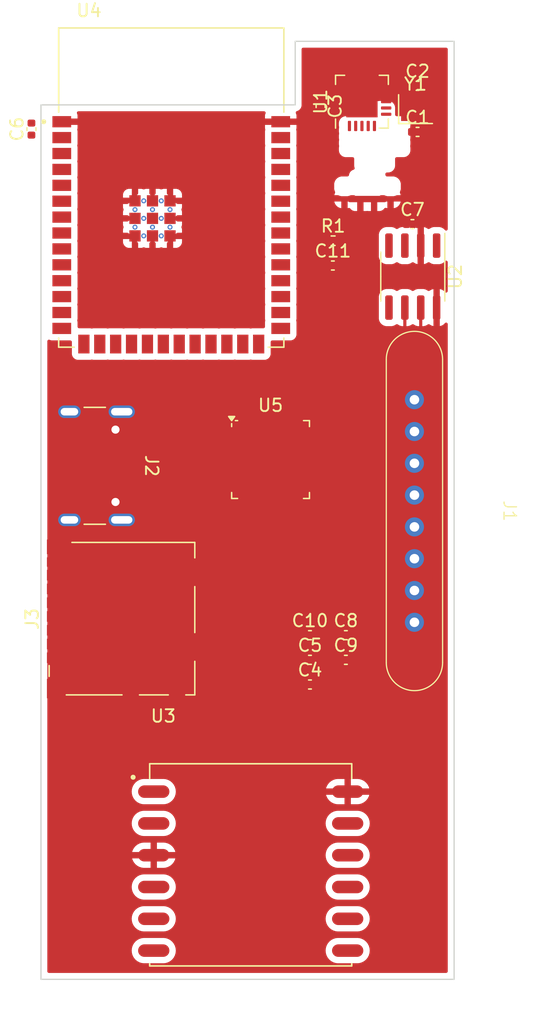
<source format=kicad_pcb>
(kicad_pcb (version 20240108) (generator "pcbnew") (generator_version "8.0")
  (layers (0 "F.Cu" signal) (31 "B.Cu" signal) (34 "B.Paste" user) (35 "F.Paste" user) (36 "B.SilkS" user "B.Silkscreen") (37 "F.SilkS" user "F.Silkscreen") (38 "B.Mask" user) (39 "F.Mask" user) (44 "Edge.Cuts" user))
  (net 0 "")
  (net 1 "Net-(U1-OSC2)")
  (net 2 "GND")
  (net 3 "Net-(U1-OSC1)")
  (net 4 "Net-(C11-Pad1)")
  (net 7 "Net-(U1-RXCAN)")
  (net 11 "Net-(U1-TXCAN)")
  (net 12 "/CANINT")
  (net 13 "/SCLK")
  (net 14 "/MISO")
  (net 15 "/MOSI")
  (net 16 "/CS2")
  (net 18 "+3V3")
  (net 20 "/TX")
  (net 21 "/RX")
  (net 22 "/GPSPPS")
  (net 23 "/RESET")
  (net 53 "+3.3V")
  (net 90 "Net-(J1-Pin_1)")
  (net 91 "Net-(J1-Pin_2)")
  (net 93 "Net-(J2-VBUS-PadA4)")
  (footprint "bots:maglock-8pin" (layer "F.Cu") (at 150.5 122.61 -90)
    (property "Reference" "J1" (at 0 -7.62 -90) (layer "F.SilkS") (effects (font (thickness 0.1))))
    (property "Value" "Conn_01x08")
    (fp_line (start 12.1 2.25) (end -12.1 2.25) (stroke (width 0.1)) (layer "F.SilkS"))
    (fp_line (start -12.1 -2.25) (end 12.1 -2.25) (stroke (width 0.1)) (layer "F.SilkS"))
    (fp_arc (start -12.1 2.25) (mid -14.35 0) (end -12.1 -2.25) (stroke (width 0.1)) (layer "F.SilkS"))
    (fp_arc (start 12.1 -2.25) (mid 14.35 0) (end 12.1 2.25) (stroke (width 0.1)) (layer "F.SilkS"))
    (pad "1" thru_hole circle (at -8.89 0 270) (size 1.524 1.524) (drill 0.762) (layers "*.Cu" "*.Mask") (net 90 "Net-(J1-Pin_1)"))
    (pad "2" thru_hole circle (at -6.35 0 270) (size 1.524 1.524) (drill 0.762) (layers "*.Cu" "*.Mask") (net 91 "Net-(J1-Pin_2)"))
    (pad "3" thru_hole circle (at -3.81 0 270) (size 1.524 1.524) (drill 0.762) (layers "*.Cu" "*.Mask"))
    (pad "4" thru_hole circle (at -1.27 0 270) (size 1.524 1.524) (drill 0.762) (layers "*.Cu" "*.Mask"))
    (pad "5" thru_hole circle (at 1.27 0 270) (size 1.524 1.524) (drill 0.762) (layers "*.Cu" "*.Mask"))
    (pad "6" thru_hole circle (at 3.81 0 270) (size 1.524 1.524) (drill 0.762) (layers "*.Cu" "*.Mask"))
    (pad "7" thru_hole circle (at 6.35 0 270) (size 1.524 1.524) (drill 0.762) (layers "*.Cu" "*.Mask"))
    (pad "8" thru_hole circle (at 8.89 0 270) (size 1.524 1.524) (drill 0.762) (layers "*.Cu" "*.Mask"))
  )
  (footprint "Capacitor_SMD:C_0402_1005Metric" (layer "F.Cu") (at 145.02 132.53)
    (property "Reference" "C8" (at 0 -1.16 0) (layer "F.SilkS"))
    (property "Value" "100nF")
    (fp_line (start -0.107836 -0.36) (end 0.107836 -0.36) (stroke (width 0.12)) (layer "F.SilkS"))
    (fp_line (start -0.107836 0.36) (end 0.107836 0.36) (stroke (width 0.12)) (layer "F.SilkS"))
    (pad "1" smd roundrect (at -0.48 0) (size 0.56 0.62) (layers "F.Cu" "F.Paste" "F.Mask") (net 18 "+3V3"))
    (pad "2" smd roundrect (at 0.48 0) (size 0.56 0.62) (layers "F.Cu" "F.Paste" "F.Mask") (net 2 "GND"))
  )
  (footprint "Capacitor_SMD:C_0402_1005Metric" (layer "F.Cu") (at 150.749 92.329)
    (property "Reference" "C1" (at 0 -1.16 0) (layer "F.SilkS"))
    (property "Value" "22pF")
    (fp_line (start -0.107836 -0.36) (end 0.107836 -0.36) (stroke (width 0.12)) (layer "F.SilkS"))
    (fp_line (start -0.107836 0.36) (end 0.107836 0.36) (stroke (width 0.12)) (layer "F.SilkS"))
    (pad "1" smd roundrect (at -0.48 0) (size 0.56 0.62) (layers "F.Cu" "F.Paste" "F.Mask") (net 1 "Net-(U1-OSC2)"))
    (pad "2" smd roundrect (at 0.48 0) (size 0.56 0.62) (layers "F.Cu" "F.Paste" "F.Mask") (net 2 "GND"))
  )
  (footprint "Capacitor_SMD:C_0402_1005Metric" (layer "F.Cu") (at 142.15 134.5)
    (property "Reference" "C5" (at 0 -1.16 0) (layer "F.SilkS"))
    (property "Value" "100nF")
    (fp_line (start -0.107836 -0.36) (end 0.107836 -0.36) (stroke (width 0.12)) (layer "F.SilkS"))
    (fp_line (start -0.107836 0.36) (end 0.107836 0.36) (stroke (width 0.12)) (layer "F.SilkS"))
    (pad "1" smd roundrect (at -0.48 0) (size 0.56 0.62) (layers "F.Cu" "F.Paste" "F.Mask") (net 18 "+3V3"))
    (pad "2" smd roundrect (at 0.48 0) (size 0.56 0.62) (layers "F.Cu" "F.Paste" "F.Mask") (net 2 "GND"))
  )
  (footprint "Connector_USB:USB_C_Receptacle_GCT_USB4105-xx-A_16P_TopMnt_Horizontal" (layer "F.Cu") (at 124 119 -90)
    (property "Reference" "J2" (at 0 -5.5 -90) (layer "F.SilkS"))
    (property "Value" "USB_C_Receptacle_USB2.0_16P")
    (fp_line (start -4.67 -0.1) (end -4.67 -1.8) (stroke (width 0.12)) (layer "F.SilkS"))
    (fp_line (start 4.67 -0.1) (end 4.67 -1.8) (stroke (width 0.12)) (layer "F.SilkS"))
    (pad "" np_thru_hole circle (at -2.89 -2.605 270) (size 0.65 0.65) (drill 0.65) (layers "F&B.Cu" "*.Mask"))
    (pad "" np_thru_hole circle (at 2.89 -2.605 270) (size 0.65 0.65) (drill 0.65) (layers "F&B.Cu" "*.Mask"))
    (pad "A1" smd roundrect (at -3.2 -3.68 270) (size 0.6 1.15) (layers "F.Cu" "F.Paste" "F.Mask") (net 2 "GND"))
    (pad "A4" smd roundrect (at -2.4 -3.68 270) (size 0.6 1.15) (layers "F.Cu" "F.Paste" "F.Mask") (net 93 "Net-(J2-VBUS-PadA4)"))
    (pad "A5" smd roundrect (at -1.25 -3.68 270) (size 0.3 1.15) (layers "F.Cu" "F.Paste" "F.Mask"))
    (pad "A6" smd roundrect (at -0.25 -3.68 270) (size 0.3 1.15) (layers "F.Cu" "F.Paste" "F.Mask"))
    (pad "A7" smd roundrect (at 0.25 -3.68 270) (size 0.3 1.15) (layers "F.Cu" "F.Paste" "F.Mask"))
    (pad "A8" smd roundrect (at 1.25 -3.68 270) (size 0.3 1.15) (layers "F.Cu" "F.Paste" "F.Mask"))
    (pad "A9" smd roundrect (at 2.4 -3.68 270) (size 0.6 1.15) (layers "F.Cu" "F.Paste" "F.Mask") (net 93 "Net-(J2-VBUS-PadA4)"))
    (pad "A12" smd roundrect (at 3.2 -3.68 270) (size 0.6 1.15) (layers "F.Cu" "F.Paste" "F.Mask") (net 2 "GND"))
    (pad "B1" smd roundrect (at 3.2 -3.68 270) (size 0.6 1.15) (layers "F.Cu" "F.Paste" "F.Mask") (net 2 "GND"))
    (pad "B4" smd roundrect (at 2.4 -3.68 270) (size 0.6 1.15) (layers "F.Cu" "F.Paste" "F.Mask") (net 93 "Net-(J2-VBUS-PadA4)"))
    (pad "B5" smd roundrect (at 1.75 -3.68 270) (size 0.3 1.15) (layers "F.Cu" "F.Paste" "F.Mask"))
    (pad "B6" smd roundrect (at 0.75 -3.68 270) (size 0.3 1.15) (layers "F.Cu" "F.Paste" "F.Mask"))
    (pad "B7" smd roundrect (at -0.75 -3.68 270) (size 0.3 1.15) (layers "F.Cu" "F.Paste" "F.Mask"))
    (pad "B8" smd roundrect (at -1.75 -3.68 270) (size 0.3 1.15) (layers "F.Cu" "F.Paste" "F.Mask"))
    (pad "B9" smd roundrect (at -2.4 -3.68 270) (size 0.6 1.15) (layers "F.Cu" "F.Paste" "F.Mask") (net 93 "Net-(J2-VBUS-PadA4)"))
    (pad "B12" smd roundrect (at -3.2 -3.68 270) (size 0.6 1.15) (layers "F.Cu" "F.Paste" "F.Mask") (net 2 "GND"))
    (pad "S1" thru_hole oval (at -4.32 -3.105 270) (size 1 2.1) (drill oval 0.6 1.7) (layers "*.Cu" "*.Mask" "F.Paste") (net 2 "GND"))
    (pad "S1" thru_hole oval (at -4.32 1.075 270) (size 1 1.8) (drill oval 0.6 1.4) (layers "*.Cu" "*.Mask" "F.Paste") (net 2 "GND"))
    (pad "S1" thru_hole oval (at 4.32 -3.105 270) (size 1 2.1) (drill oval 0.6 1.7) (layers "*.Cu" "*.Mask" "F.Paste") (net 2 "GND"))
    (pad "S1" thru_hole oval (at 4.32 1.075 270) (size 1 1.8) (drill oval 0.6 1.4) (layers "*.Cu" "*.Mask" "F.Paste") (net 2 "GND"))
  )
  (footprint "Capacitor_SMD:C_0402_1005Metric" (layer "F.Cu") (at 143.002 90.269 -90)
    (property "Reference" "C3" (at 0 -1.16 90) (layer "F.SilkS"))
    (property "Value" "100nF")
    (fp_line (start -0.107836 0.36) (end 0.107836 0.36) (stroke (width 0.12)) (layer "F.SilkS"))
    (fp_line (start -0.107836 -0.36) (end 0.107836 -0.36) (stroke (width 0.12)) (layer "F.SilkS"))
    (pad "1" smd roundrect (at -0.48 0 270) (size 0.56 0.62) (layers "F.Cu" "F.Paste" "F.Mask") (net 18 "+3V3"))
    (pad "2" smd roundrect (at 0.48 0 270) (size 0.56 0.62) (layers "F.Cu" "F.Paste" "F.Mask") (net 2 "GND"))
  )
  (footprint "Package_DFN_QFN:QFN-20-1EP_4x4mm_P0.5mm_EP2.5x2.5mm" (layer "F.Cu") (at 146.304 89.916 90)
    (property "Reference" "U1" (at 0 -3.3 90) (layer "F.SilkS"))
    (property "Value" "MCP2515-xSO")
    (fp_line (start 2.11 -2.11) (end 2.11 -1.385) (stroke (width 0.12)) (layer "F.SilkS"))
    (fp_line (start 1.385 -2.11) (end 2.11 -2.11) (stroke (width 0.12)) (layer "F.SilkS"))
    (fp_line (start -1.385 -2.11) (end -2.11 -2.11) (stroke (width 0.12)) (layer "F.SilkS"))
    (fp_line (start 2.11 2.11) (end 2.11 1.385) (stroke (width 0.12)) (layer "F.SilkS"))
    (fp_line (start 1.385 2.11) (end 2.11 2.11) (stroke (width 0.12)) (layer "F.SilkS"))
    (fp_line (start -1.385 2.11) (end -2.11 2.11) (stroke (width 0.12)) (layer "F.SilkS"))
    (fp_line (start -2.11 2.11) (end -2.11 1.385) (stroke (width 0.12)) (layer "F.SilkS"))
    (pad "1" smd roundrect (at -1.9375 -1 90) (size 0.825 0.25) (layers "F.Cu" "F.Paste" "F.Mask") (net 11 "Net-(U1-TXCAN)"))
    (pad "2" smd roundrect (at -1.9375 -0.5 90) (size 0.825 0.25) (layers "F.Cu" "F.Paste" "F.Mask") (net 7 "Net-(U1-RXCAN)"))
    (pad "3" smd roundrect (at -1.9375 0 90) (size 0.825 0.25) (layers "F.Cu" "F.Paste" "F.Mask"))
    (pad "4" smd roundrect (at -1.9375 0.5 90) (size 0.825 0.25) (layers "F.Cu" "F.Paste" "F.Mask"))
    (pad "5" smd roundrect (at -1.9375 1 90) (size 0.825 0.25) (layers "F.Cu" "F.Paste" "F.Mask"))
    (pad "6" smd roundrect (at -1 1.9375 90) (size 0.25 0.825) (layers "F.Cu" "F.Paste" "F.Mask"))
    (pad "7" smd roundrect (at -0.5 1.9375 90) (size 0.25 0.825) (layers "F.Cu" "F.Paste" "F.Mask") (net 1 "Net-(U1-OSC2)"))
    (pad "8" smd roundrect (at 0 1.9375 90) (size 0.25 0.825) (layers "F.Cu" "F.Paste" "F.Mask") (net 3 "Net-(U1-OSC1)"))
    (pad "9" smd roundrect (at 0.5 1.9375 90) (size 0.25 0.825) (layers "F.Cu" "F.Paste" "F.Mask") (net 2 "GND"))
    (pad "10" smd roundrect (at 1 1.9375 90) (size 0.25 0.825) (layers "F.Cu" "F.Paste" "F.Mask"))
    (pad "11" smd roundrect (at 1.9375 1 90) (size 0.825 0.25) (layers "F.Cu" "F.Paste" "F.Mask"))
    (pad "12" smd roundrect (at 1.9375 0.5 90) (size 0.825 0.25) (layers "F.Cu" "F.Paste" "F.Mask") (net 12 "/CANINT"))
    (pad "13" smd roundrect (at 1.9375 0 90) (size 0.825 0.25) (layers "F.Cu" "F.Paste" "F.Mask") (net 13 "/SCLK"))
    (pad "14" smd roundrect (at 1.9375 -0.5 90) (size 0.825 0.25) (layers "F.Cu" "F.Paste" "F.Mask") (net 14 "/MISO"))
    (pad "15" smd roundrect (at 1.9375 -1 90) (size 0.825 0.25) (layers "F.Cu" "F.Paste" "F.Mask") (net 15 "/MOSI"))
    (pad "16" smd roundrect (at 1 -1.9375 90) (size 0.25 0.825) (layers "F.Cu" "F.Paste" "F.Mask") (net 16 "/CS2"))
    (pad "17" smd roundrect (at 0.5 -1.9375 90) (size 0.25 0.825) (layers "F.Cu" "F.Paste" "F.Mask") (net 23 "/RESET"))
    (pad "18" smd roundrect (at 0 -1.9375 90) (size 0.25 0.825) (layers "F.Cu" "F.Paste" "F.Mask") (net 18 "+3V3"))
    (pad "19" smd roundrect (at -0.5 -1.9375 90) (size 0.25 0.825) (layers "F.Cu" "F.Paste" "F.Mask"))
    (pad "20" smd roundrect (at -1 -1.9375 90) (size 0.25 0.825) (layers "F.Cu" "F.Paste" "F.Mask"))
    (pad "21" smd rect (at 0 0 90) (size 2.5 2.5) (layers "F.Cu" "F.Mask"))
  )
  (footprint "Connector_Card:microSD_HC_Molex_104031-0811" (layer "F.Cu") (at 127.125 131.23 90)
    (property "Reference" "J3" (at 0 -7.18 270) (layer "F.SilkS"))
    (property "Value" "Micro_SD_Card")
    (fp_line (start -4.59 -5.82) (end -3.73 -5.82) (stroke (width 0.12)) (layer "F.SilkS"))
    (fp_line (start -6.07 -4.45) (end -6.07 0) (stroke (width 0.12)) (layer "F.SilkS"))
    (fp_line (start -6.07 1.4) (end -6.07 3.7) (stroke (width 0.12)) (layer "F.SilkS"))
    (fp_line (start -6.07 5.1) (end -6.07 5.82) (stroke (width 0.12)) (layer "F.SilkS"))
    (fp_line (start 6.11 5.82) (end 6.11 -4) (stroke (width 0.12)) (layer "F.SilkS"))
    (fp_line (start 4.88 5.82) (end 6.11 5.82) (stroke (width 0.12)) (layer "F.SilkS"))
    (fp_line (start -1.09 5.82) (end 2.58 5.82) (stroke (width 0.12)) (layer "F.SilkS"))
    (fp_line (start -6.07 5.82) (end -3.39 5.82) (stroke (width 0.12)) (layer "F.SilkS"))
    (pad "1" smd rect (at -3.105 -5.45 90) (size 0.85 1.1) (layers "F.Cu" "F.Paste" "F.Mask"))
    (pad "2" smd rect (at -2.005 -5.45 90) (size 0.85 1.1) (layers "F.Cu" "F.Paste" "F.Mask"))
    (pad "3" smd rect (at -0.905 -5.45 90) (size 0.85 1.1) (layers "F.Cu" "F.Paste" "F.Mask"))
    (pad "4" smd rect (at 0.195 -5.45 90) (size 0.85 1.1) (layers "F.Cu" "F.Paste" "F.Mask") (net 53 "+3.3V"))
    (pad "5" smd rect (at 1.295 -5.45 90) (size 0.85 1.1) (layers "F.Cu" "F.Paste" "F.Mask"))
    (pad "6" smd rect (at 2.395 -5.45 90) (size 0.85 1.1) (layers "F.Cu" "F.Paste" "F.Mask"))
    (pad "7" smd rect (at 3.495 -5.45 90) (size 0.85 1.1) (layers "F.Cu" "F.Paste" "F.Mask"))
    (pad "8" smd rect (at 4.545 -5.45 90) (size 0.75 1.1) (layers "F.Cu" "F.Paste" "F.Mask"))
    (pad "9" smd rect (at -5.74 0.7 90) (size 1.2 1) (layers "F.Cu" "F.Paste" "F.Mask") (net 2 "GND"))
    (pad "10" smd rect (at -5.74 4.4 90) (size 1.2 1) (layers "F.Cu" "F.Paste" "F.Mask"))
    (pad "11" smd rect (at -5.565 -5.325 90) (size 1.55 1.35) (layers "F.Cu" "F.Paste" "F.Mask"))
    (pad "11" smd rect (at -2.24 5.375 90) (size 1.9 1.35) (layers "F.Cu" "F.Paste" "F.Mask"))
    (pad "11" smd rect (at 3.73 5.375 90) (size 1.9 1.35) (layers "F.Cu" "F.Paste" "F.Mask"))
    (pad "11" smd rect (at 5.755 -5.1 90) (size 1.17 1.8) (layers "F.Cu" "F.Paste" "F.Mask"))
  )
  (footprint "Capacitor_SMD:C_0402_1005Metric" (layer "F.Cu") (at 119.888 92.103 90)
    (property "Reference" "C6" (at 0 -1.16 90) (layer "F.SilkS"))
    (property "Value" "100nF")
    (fp_line (start -0.107836 -0.36) (end 0.107836 -0.36) (stroke (width 0.12)) (layer "F.SilkS"))
    (fp_line (start -0.107836 0.36) (end 0.107836 0.36) (stroke (width 0.12)) (layer "F.SilkS"))
    (pad "1" smd roundrect (at -0.48 0 90) (size 0.56 0.62) (layers "F.Cu" "F.Paste" "F.Mask") (net 18 "+3V3"))
    (pad "2" smd roundrect (at 0.48 0 90) (size 0.56 0.62) (layers "F.Cu" "F.Paste" "F.Mask") (net 2 "GND"))
  )
  (footprint "bots:XCVR_ESP32-S3-WROOM-1-N16R2" (layer "F.Cu") (at 131.064 96.774)
    (property "Reference" "U4" (at -6.575 -14.135 0) (layer "F.SilkS"))
    (property "Value" "ESP32-S3-WROOM-1-N16R2")
    (fp_line (start -9 -12.75) (end 9 -12.75) (stroke (width 0.127)) (layer "F.SilkS"))
    (fp_line (start -9 -6.03) (end -9 -12.75) (stroke (width 0.127)) (layer "F.SilkS"))
    (fp_line (start -9 12.02) (end -9 12.75) (stroke (width 0.127)) (layer "F.SilkS"))
    (fp_line (start -9 12.75) (end -7.755 12.75) (stroke (width 0.127)) (layer "F.SilkS"))
    (fp_line (start 9 -12.75) (end 9 -6.03) (stroke (width 0.127)) (layer "F.SilkS"))
    (fp_line (start 9 12.02) (end 9 12.75) (stroke (width 0.127)) (layer "F.SilkS"))
    (fp_line (start 9 12.75) (end 7.755 12.75) (stroke (width 0.127)) (layer "F.SilkS"))
    (fp_circle (center -10.2 -5.26) (end -10.1 -5.26) (stroke (width 0.2)) (fill none) (layer "F.SilkS"))
    (pad "1" smd rect (at -8.75 -5.26) (size 1.5 0.9) (layers "F.Cu" "F.Paste" "F.Mask") (net 2 "GND"))
    (pad "2" smd rect (at -8.75 -3.99) (size 1.5 0.9) (layers "F.Cu" "F.Paste" "F.Mask") (net 18 "+3V3"))
    (pad "3" smd rect (at -8.75 -2.72) (size 1.5 0.9) (layers "F.Cu" "F.Paste" "F.Mask") (net 23 "/RESET"))
    (pad "4" smd rect (at -8.75 -1.45) (size 1.5 0.9) (layers "F.Cu" "F.Paste" "F.Mask") (net 12 "/CANINT"))
    (pad "5" smd rect (at -8.75 -0.18) (size 1.5 0.9) (layers "F.Cu" "F.Paste" "F.Mask"))
    (pad "6" smd rect (at -8.75 1.09) (size 1.5 0.9) (layers "F.Cu" "F.Paste" "F.Mask"))
    (pad "7" smd rect (at -8.75 2.36) (size 1.5 0.9) (layers "F.Cu" "F.Paste" "F.Mask"))
    (pad "8" smd rect (at -8.75 3.63) (size 1.5 0.9) (layers "F.Cu" "F.Paste" "F.Mask"))
    (pad "9" smd rect (at -8.75 4.9) (size 1.5 0.9) (layers "F.Cu" "F.Paste" "F.Mask"))
    (pad "10" smd rect (at -8.75 6.17) (size 1.5 0.9) (layers "F.Cu" "F.Paste" "F.Mask"))
    (pad "11" smd rect (at -8.75 7.44) (size 1.5 0.9) (layers "F.Cu" "F.Paste" "F.Mask"))
    (pad "12" smd rect (at -8.75 8.71) (size 1.5 0.9) (layers "F.Cu" "F.Paste" "F.Mask"))
    (pad "13" smd rect (at -8.75 9.98) (size 1.5 0.9) (layers "F.Cu" "F.Paste" "F.Mask"))
    (pad "14" smd rect (at -8.75 11.25) (size 1.5 0.9) (layers "F.Cu" "F.Paste" "F.Mask"))
    (pad "15" smd rect (at -6.985 12.5) (size 0.9 1.5) (layers "F.Cu" "F.Paste" "F.Mask") (net 13 "/SCLK"))
    (pad "16" smd rect (at -5.715 12.5) (size 0.9 1.5) (layers "F.Cu" "F.Paste" "F.Mask"))
    (pad "17" smd rect (at -4.445 12.5) (size 0.9 1.5) (layers "F.Cu" "F.Paste" "F.Mask"))
    (pad "18" smd rect (at -3.175 12.5) (size 0.9 1.5) (layers "F.Cu" "F.Paste" "F.Mask"))
    (pad "19" smd rect (at -1.905 12.5) (size 0.9 1.5) (layers "F.Cu" "F.Paste" "F.Mask"))
    (pad "20" smd rect (at -0.635 12.5) (size 0.9 1.5) (layers "F.Cu" "F.Paste" "F.Mask"))
    (pad "21" smd rect (at 0.635 12.5) (size 0.9 1.5) (layers "F.Cu" "F.Paste" "F.Mask"))
    (pad "22" smd rect (at 1.905 12.5) (size 0.9 1.5) (layers "F.Cu" "F.Paste" "F.Mask"))
    (pad "23" smd rect (at 3.175 12.5) (size 0.9 1.5) (layers "F.Cu" "F.Paste" "F.Mask"))
    (pad "24" smd rect (at 4.445 12.5) (size 0.9 1.5) (layers "F.Cu" "F.Paste" "F.Mask"))
    (pad "25" smd rect (at 5.715 12.5) (size 0.9 1.5) (layers "F.Cu" "F.Paste" "F.Mask"))
    (pad "26" smd rect (at 6.985 12.5) (size 0.9 1.5) (layers "F.Cu" "F.Paste" "F.Mask"))
    (pad "27" smd rect (at 8.75 11.25) (size 1.5 0.9) (layers "F.Cu" "F.Paste" "F.Mask") (net 14 "/MISO"))
    (pad "28" smd rect (at 8.75 9.98) (size 1.5 0.9) (layers "F.Cu" "F.Paste" "F.Mask"))
    (pad "29" smd rect (at 8.75 8.71) (size 1.5 0.9) (layers "F.Cu" "F.Paste" "F.Mask"))
    (pad "30" smd rect (at 8.75 7.44) (size 1.5 0.9) (layers "F.Cu" "F.Paste" "F.Mask"))
    (pad "31" smd rect (at 8.75 6.17) (size 1.5 0.9) (layers "F.Cu" "F.Paste" "F.Mask"))
    (pad "32" smd rect (at 8.75 4.9) (size 1.5 0.9) (layers "F.Cu" "F.Paste" "F.Mask"))
    (pad "33" smd rect (at 8.75 3.63) (size 1.5 0.9) (layers "F.Cu" "F.Paste" "F.Mask"))
    (pad "34" smd rect (at 8.75 2.36) (size 1.5 0.9) (layers "F.Cu" "F.Paste" "F.Mask"))
    (pad "35" smd rect (at 8.75 1.09) (size 1.5 0.9) (layers "F.Cu" "F.Paste" "F.Mask"))
    (pad "36" smd rect (at 8.75 -0.18) (size 1.5 0.9) (layers "F.Cu" "F.Paste" "F.Mask") (net 21 "/RX"))
    (pad "37" smd rect (at 8.75 -1.45) (size 1.5 0.9) (layers "F.Cu" "F.Paste" "F.Mask") (net 20 "/TX"))
    (pad "38" smd rect (at 8.75 -2.72) (size 1.5 0.9) (layers "F.Cu" "F.Paste" "F.Mask") (net 16 "/CS2"))
    (pad "39" smd rect (at 8.75 -3.99) (size 1.5 0.9) (layers "F.Cu" "F.Paste" "F.Mask") (net 15 "/MOSI"))
    (pad "40" smd rect (at 8.75 -5.26) (size 1.5 0.9) (layers "F.Cu" "F.Paste" "F.Mask") (net 2 "GND"))
    (pad "41_1" smd rect (at -1.5 2.46) (size 0.9 0.9) (layers "F.Cu" "F.Paste" "F.Mask") (net 2 "GND"))
    (pad "41_2" smd rect (at -2.9 2.46) (size 0.9 0.9) (layers "F.Cu" "F.Paste" "F.Mask") (net 2 "GND"))
    (pad "41_3" smd rect (at -0.1 2.46) (size 0.9 0.9) (layers "F.Cu" "F.Paste" "F.Mask") (net 2 "GND"))
    (pad "41_4" smd rect (at -2.9 3.86) (size 0.9 0.9) (layers "F.Cu" "F.Paste" "F.Mask") (net 2 "GND"))
    (pad "41_5" smd rect (at -1.5 3.86) (size 0.9 0.9) (layers "F.Cu" "F.Paste" "F.Mask") (net 2 "GND"))
    (pad "41_6" smd rect (at -0.1 3.86) (size 0.9 0.9) (layers "F.Cu" "F.Paste" "F.Mask") (net 2 "GND"))
    (pad "41_7" smd rect (at -2.9 1.06) (size 0.9 0.9) (layers "F.Cu" "F.Paste" "F.Mask") (net 2 "GND"))
    (pad "41_8" smd rect (at -1.5 1.06) (size 0.9 0.9) (layers "F.Cu" "F.Paste" "F.Mask") (net 2 "GND"))
    (pad "41_9" smd rect (at -0.1 1.06) (size 0.9 0.9) (layers "F.Cu" "F.Paste" "F.Mask") (net 2 "GND"))
    (pad "41_10" thru_hole circle (at -1.5 1.76) (size 0.4 0.4) (drill 0.2) (layers "*.Cu"))
    (pad "41_11" thru_hole circle (at -2.9 1.76) (size 0.4 0.4) (drill 0.2) (layers "*.Cu"))
    (pad "41_12" thru_hole circle (at -0.1 1.76) (size 0.4 0.4) (drill 0.2) (layers "*.Cu"))
    (pad "41_13" thru_hole circle (at -2.9 3.16) (size 0.4 0.4) (drill 0.2) (layers "*.Cu"))
    (pad "41_14" thru_hole circle (at -1.5 3.16) (size 0.4 0.4) (drill 0.2) (layers "*.Cu"))
    (pad "41_15" thru_hole circle (at -0.1 3.16) (size 0.4 0.4) (drill 0.2) (layers "*.Cu"))
    (pad "41_16" thru_hole circle (at -2.2 1.06) (size 0.4 0.4) (drill 0.2) (layers "*.Cu"))
    (pad "41_17" thru_hole circle (at -0.8 1.06) (size 0.4 0.4) (drill 0.2) (layers "*.Cu"))
    (pad "41_18" thru_hole circle (at -2.2 2.46) (size 0.4 0.4) (drill 0.2) (layers "*.Cu"))
    (pad "41_19" thru_hole circle (at -0.8 2.46) (size 0.4 0.4) (drill 0.2) (layers "*.Cu"))
    (pad "41_20" thru_hole circle (at -2.2 3.86) (size 0.4 0.4) (drill 0.2) (layers "*.Cu"))
    (pad "41_21" thru_hole circle (at -0.8 3.86) (size 0.4 0.4) (drill 0.2) (layers "*.Cu"))
    (zone (net 0) (net_name "") (layer "F.Cu") (connect_pads (clearance 0)) (min_thickness 0.01)
      (keepout (tracks not_allowed) (vias not_allowed) (pads not_allowed) (copperpour not_allowed) (footprints allowed))
      (fill (thermal_gap 0.508) (thermal_bridge_width 0.508))
      (polygon (pts (xy 122.064 84.024) (xy 140.064 84.024) (xy 140.064 90.024) (xy 122.064 90.024)))
    )
  )
  (footprint "Package_DFN_QFN:HVQFN-40-1EP_6x6mm_P0.5mm_EP4.1x4.1mm" (layer "F.Cu") (at 139 118.5)
    (property "Reference" "U5" (at 0 -4.33 0) (layer "F.SilkS"))
    (property "Value" "PN5321A3HN_C1xx")
    (fp_line (start -3.11 -2.635) (end -3.11 -2.87) (stroke (width 0.12)) (layer "F.SilkS"))
    (fp_line (start -3.11 3.11) (end -3.11 2.635) (stroke (width 0.12)) (layer "F.SilkS"))
    (fp_line (start -2.635 -3.11) (end -2.81 -3.11) (stroke (width 0.12)) (layer "F.SilkS"))
    (fp_line (start -2.635 3.11) (end -3.11 3.11) (stroke (width 0.12)) (layer "F.SilkS"))
    (fp_line (start 2.635 -3.11) (end 3.11 -3.11) (stroke (width 0.12)) (layer "F.SilkS"))
    (fp_line (start 2.635 3.11) (end 3.11 3.11) (stroke (width 0.12)) (layer "F.SilkS"))
    (fp_line (start 3.11 -3.11) (end 3.11 -2.635) (stroke (width 0.12)) (layer "F.SilkS"))
    (fp_line (start 3.11 3.11) (end 3.11 2.635) (stroke (width 0.12)) (layer "F.SilkS"))
    (fp_poly (pts (xy -3.11 -3.11) (xy -3.35 -3.44) (xy -2.87 -3.44) (xy -3.11 -3.11)) (stroke (width 0.12)) (fill solid) (layer "F.SilkS"))
    (pad "1" smd roundrect (at -2.9375 -2.25) (size 0.875 0.25) (layers "F.Cu" "F.Paste" "F.Mask") (net 2 "GND"))
    (pad "2" smd roundrect (at -2.9375 -1.75) (size 0.875 0.25) (layers "F.Cu" "F.Paste" "F.Mask"))
    (pad "3" smd roundrect (at -2.9375 -1.25) (size 0.875 0.25) (layers "F.Cu" "F.Paste" "F.Mask") (net 2 "GND"))
    (pad "4" smd roundrect (at -2.9375 -0.75) (size 0.875 0.25) (layers "F.Cu" "F.Paste" "F.Mask"))
    (pad "5" smd roundrect (at -2.9375 -0.25) (size 0.875 0.25) (layers "F.Cu" "F.Paste" "F.Mask") (net 53 "+3.3V"))
    (pad "6" smd roundrect (at -2.9375 0.25) (size 0.875 0.25) (layers "F.Cu" "F.Paste" "F.Mask"))
    (pad "7" smd roundrect (at -2.9375 0.75) (size 0.875 0.25) (layers "F.Cu" "F.Paste" "F.Mask") (net 2 "GND"))
    (pad "8" smd roundrect (at -2.9375 1.25) (size 0.875 0.25) (layers "F.Cu" "F.Paste" "F.Mask") (net 53 "+3.3V"))
    (pad "9" smd roundrect (at -2.9375 1.75) (size 0.875 0.25) (layers "F.Cu" "F.Paste" "F.Mask"))
    (pad "10" smd roundrect (at -2.9375 2.25) (size 0.875 0.25) (layers "F.Cu" "F.Paste" "F.Mask"))
    (pad "11" smd roundrect (at -2.25 2.9375) (size 0.25 0.875) (layers "F.Cu" "F.Paste" "F.Mask") (net 2 "GND"))
    (pad "12" smd roundrect (at -1.75 2.9375) (size 0.25 0.875) (layers "F.Cu" "F.Paste" "F.Mask"))
    (pad "13" smd roundrect (at -1.25 2.9375) (size 0.25 0.875) (layers "F.Cu" "F.Paste" "F.Mask"))
    (pad "14" smd roundrect (at -0.75 2.9375) (size 0.25 0.875) (layers "F.Cu" "F.Paste" "F.Mask"))
    (pad "15" smd roundrect (at -0.25 2.9375) (size 0.25 0.875) (layers "F.Cu" "F.Paste" "F.Mask"))
    (pad "16" smd roundrect (at 0.25 2.9375) (size 0.25 0.875) (layers "F.Cu" "F.Paste" "F.Mask"))
    (pad "17" smd roundrect (at 0.75 2.9375) (size 0.25 0.875) (layers "F.Cu" "F.Paste" "F.Mask"))
    (pad "18" smd roundrect (at 1.25 2.9375) (size 0.25 0.875) (layers "F.Cu" "F.Paste" "F.Mask") (net 2 "GND"))
    (pad "19" smd roundrect (at 1.75 2.9375) (size 0.25 0.875) (layers "F.Cu" "F.Paste" "F.Mask"))
    (pad "20" smd roundrect (at 2.25 2.9375) (size 0.25 0.875) (layers "F.Cu" "F.Paste" "F.Mask"))
    (pad "21" smd roundrect (at 2.9375 2.25) (size 0.875 0.25) (layers "F.Cu" "F.Paste" "F.Mask"))
    (pad "22" smd roundrect (at 2.9375 1.75) (size 0.875 0.25) (layers "F.Cu" "F.Paste" "F.Mask"))
    (pad "23" smd roundrect (at 2.9375 1.25) (size 0.875 0.25) (layers "F.Cu" "F.Paste" "F.Mask") (net 53 "+3.3V"))
    (pad "24" smd roundrect (at 2.9375 0.75) (size 0.875 0.25) (layers "F.Cu" "F.Paste" "F.Mask"))
    (pad "25" smd roundrect (at 2.9375 0.25) (size 0.875 0.25) (layers "F.Cu" "F.Paste" "F.Mask"))
    (pad "26" smd roundrect (at 2.9375 -0.25) (size 0.875 0.25) (layers "F.Cu" "F.Paste" "F.Mask"))
    (pad "27" smd roundrect (at 2.9375 -0.75) (size 0.875 0.25) (layers "F.Cu" "F.Paste" "F.Mask") (net 16 "/CS2"))
    (pad "28" smd roundrect (at 2.9375 -1.25) (size 0.875 0.25) (layers "F.Cu" "F.Paste" "F.Mask") (net 15 "/MOSI"))
    (pad "29" smd roundrect (at 2.9375 -1.75) (size 0.875 0.25) (layers "F.Cu" "F.Paste" "F.Mask") (net 14 "/MISO"))
    (pad "30" smd roundrect (at 2.9375 -2.25) (size 0.875 0.25) (layers "F.Cu" "F.Paste" "F.Mask") (net 13 "/SCLK"))
    (pad "31" smd roundrect (at 2.25 -2.9375) (size 0.25 0.875) (layers "F.Cu" "F.Paste" "F.Mask"))
    (pad "32" smd roundrect (at 1.75 -2.9375) (size 0.25 0.875) (layers "F.Cu" "F.Paste" "F.Mask"))
    (pad "33" smd roundrect (at 1.25 -2.9375) (size 0.25 0.875) (layers "F.Cu" "F.Paste" "F.Mask"))
    (pad "34" smd roundrect (at 0.75 -2.9375) (size 0.25 0.875) (layers "F.Cu" "F.Paste" "F.Mask"))
    (pad "35" smd roundrect (at 0.25 -2.9375) (size 0.25 0.875) (layers "F.Cu" "F.Paste" "F.Mask"))
    (pad "36" smd roundrect (at -0.25 -2.9375) (size 0.25 0.875) (layers "F.Cu" "F.Paste" "F.Mask"))
    (pad "37" smd roundrect (at -0.75 -2.9375) (size 0.25 0.875) (layers "F.Cu" "F.Paste" "F.Mask"))
    (pad "38" smd roundrect (at -1.25 -2.9375) (size 0.25 0.875) (layers "F.Cu" "F.Paste" "F.Mask"))
    (pad "39" smd roundrect (at -1.75 -2.9375) (size 0.25 0.875) (layers "F.Cu" "F.Paste" "F.Mask") (net 53 "+3.3V"))
    (pad "40" smd roundrect (at -2.25 -2.9375) (size 0.25 0.875) (layers "F.Cu" "F.Paste" "F.Mask") (net 53 "+3.3V"))
    (pad "41" smd rect (at 0 0) (size 4.1 4.1) (property pad_prop_heatsink) (layers "F.Cu" "F.Mask") (net 2 "GND"))
  )
  (footprint "Package_SO:SOIC-8_3.9x4.9mm_P1.27mm" (layer "F.Cu") (at 150.368 103.886 -90)
    (property "Reference" "U2" (at 0 -3.4 90) (layer "F.SilkS"))
    (property "Value" "TJA1051T")
    (fp_line (start 0 2.56) (end -1.95 2.56) (stroke (width 0.12)) (layer "F.SilkS"))
    (fp_line (start 0 2.56) (end 1.95 2.56) (stroke (width 0.12)) (layer "F.SilkS"))
    (fp_line (start 0 -2.56) (end -3.45 -2.56) (stroke (width 0.12)) (layer "F.SilkS"))
    (fp_line (start 0 -2.56) (end 1.95 -2.56) (stroke (width 0.12)) (layer "F.SilkS"))
    (pad "1" smd roundrect (at -2.475 -1.905 270) (size 1.95 0.6) (layers "F.Cu" "F.Paste" "F.Mask") (net 11 "Net-(U1-TXCAN)"))
    (pad "2" smd roundrect (at -2.475 -0.635 270) (size 1.95 0.6) (layers "F.Cu" "F.Paste" "F.Mask") (net 2 "GND"))
    (pad "3" smd roundrect (at -2.475 0.635 270) (size 1.95 0.6) (layers "F.Cu" "F.Paste" "F.Mask") (net 18 "+3V3"))
    (pad "4" smd roundrect (at -2.475 1.905 270) (size 1.95 0.6) (layers "F.Cu" "F.Paste" "F.Mask") (net 7 "Net-(U1-RXCAN)"))
    (pad "5" smd roundrect (at 2.475 1.905 270) (size 1.95 0.6) (layers "F.Cu" "F.Paste" "F.Mask"))
    (pad "6" smd roundrect (at 2.475 0.635 270) (size 1.95 0.6) (layers "F.Cu" "F.Paste" "F.Mask") (net 91 "Net-(J1-Pin_2)"))
    (pad "7" smd roundrect (at 2.475 -0.635 270) (size 1.95 0.6) (layers "F.Cu" "F.Paste" "F.Mask") (net 90 "Net-(J1-Pin_1)"))
    (pad "8" smd roundrect (at 2.475 -1.905 270) (size 1.95 0.6) (layers "F.Cu" "F.Paste" "F.Mask") (net 2 "GND"))
  )
  (footprint "bots:XCVR_L80RE-M37" (layer "F.Cu") (at 137.414 151.376)
    (property "Reference" "U3" (at -6.985 -12.385 0) (layer "F.SilkS"))
    (property "Value" "L80RE-M37")
    (fp_line (start -8.075 -8.575) (end -8.075 -7.4) (stroke (width 0.127)) (layer "F.SilkS"))
    (fp_line (start -8.075 -8.575) (end 8.075 -8.575) (stroke (width 0.127)) (layer "F.SilkS"))
    (fp_line (start -8.075 7.575) (end -8.075 7.4) (stroke (width 0.127)) (layer "F.SilkS"))
    (fp_line (start 8.075 -8.575) (end 8.075 -7.4) (stroke (width 0.127)) (layer "F.SilkS"))
    (fp_line (start 8.075 7.575) (end -8.075 7.575) (stroke (width 0.127)) (layer "F.SilkS"))
    (fp_line (start 8.075 7.575) (end 8.075 7.4) (stroke (width 0.127)) (layer "F.SilkS"))
    (fp_circle (center -9.4 -7.5) (end -9.3 -7.5) (stroke (width 0.2)) (fill none) (layer "F.SilkS"))
    (pad "1" smd oval (at -7.75 -6.35) (size 2.5 1) (layers "F.Cu" "F.Mask") (net 20 "/TX"))
    (pad "2" smd oval (at -7.75 -3.81) (size 2.5 1) (layers "F.Cu" "F.Mask") (net 21 "/RX"))
    (pad "3" smd oval (at -7.75 -1.27) (size 2.5 1) (layers "F.Cu" "F.Mask") (net 2 "GND"))
    (pad "4" smd oval (at -7.75 1.27) (size 2.5 1) (layers "F.Cu" "F.Mask") (net 18 "+3V3"))
    (pad "5" smd oval (at -7.75 3.81) (size 2.5 1) (layers "F.Cu" "F.Mask"))
    (pad "6" smd oval (at -7.75 6.35) (size 2.5 1) (layers "F.Cu" "F.Mask") (net 22 "/GPSPPS"))
    (pad "7" smd oval (at 7.75 6.35) (size 2.5 1) (layers "F.Cu" "F.Mask"))
    (pad "8" smd oval (at 7.75 3.81) (size 2.5 1) (layers "F.Cu" "F.Mask"))
    (pad "9" smd oval (at 7.75 1.27) (size 2.5 1) (layers "F.Cu" "F.Mask"))
    (pad "10" smd oval (at 7.75 -1.27) (size 2.5 1) (layers "F.Cu" "F.Mask") (net 23 "/RESET"))
    (pad "11" smd oval (at 7.75 -3.81) (size 2.5 1) (layers "F.Cu" "F.Mask"))
    (pad "12" smd oval (at 7.75 -6.35) (size 2.5 1) (layers "F.Cu" "F.Mask") (net 2 "GND"))
  )
  (footprint "Crystal:Crystal_SMD_2016-4Pin_2.0x1.6mm" (layer "F.Cu") (at 150.585 90.509)
    (property "Reference" "Y1" (at 0 -2 0) (layer "F.SilkS"))
    (property "Value" "8Mhz")
    (fp_line (start -1.35 -1.15) (end -1.35 1.15) (stroke (width 0.12)) (layer "F.SilkS"))
    (fp_line (start -1.35 1.15) (end 1.35 1.15) (stroke (width 0.12)) (layer "F.SilkS"))
    (pad "1" smd rect (at -0.7 0.55) (size 0.9 0.8) (layers "F.Cu" "F.Paste" "F.Mask") (net 1 "Net-(U1-OSC2)"))
    (pad "2" smd rect (at 0.7 0.55) (size 0.9 0.8) (layers "F.Cu" "F.Paste" "F.Mask") (net 2 "GND"))
    (pad "3" smd rect (at 0.7 -0.55) (size 0.9 0.8) (layers "F.Cu" "F.Paste" "F.Mask") (net 2 "GND"))
    (pad "4" smd rect (at -0.7 -0.55) (size 0.9 0.8) (layers "F.Cu" "F.Paste" "F.Mask") (net 3 "Net-(U1-OSC1)"))
  )
  (footprint "Capacitor_SMD:C_0402_1005Metric" (layer "F.Cu") (at 150.34 99.695)
    (property "Reference" "C7" (at 0 -1.16 0) (layer "F.SilkS"))
    (property "Value" "100nF")
    (fp_line (start -0.107836 -0.36) (end 0.107836 -0.36) (stroke (width 0.12)) (layer "F.SilkS"))
    (fp_line (start -0.107836 0.36) (end 0.107836 0.36) (stroke (width 0.12)) (layer "F.SilkS"))
    (pad "1" smd roundrect (at -0.48 0) (size 0.56 0.62) (layers "F.Cu" "F.Paste" "F.Mask") (net 18 "+3V3"))
    (pad "2" smd roundrect (at 0.48 0) (size 0.56 0.62) (layers "F.Cu" "F.Paste" "F.Mask") (net 2 "GND"))
  )
  (footprint "Capacitor_SMD:C_0402_1005Metric" (layer "F.Cu") (at 142.15 132.53)
    (property "Reference" "C10" (at 0 -1.16 0) (layer "F.SilkS"))
    (property "Value" "100nF")
    (fp_line (start -0.107836 -0.36) (end 0.107836 -0.36) (stroke (width 0.12)) (layer "F.SilkS"))
    (fp_line (start -0.107836 0.36) (end 0.107836 0.36) (stroke (width 0.12)) (layer "F.SilkS"))
    (pad "1" smd roundrect (at -0.48 0) (size 0.56 0.62) (layers "F.Cu" "F.Paste" "F.Mask") (net 18 "+3V3"))
    (pad "2" smd roundrect (at 0.48 0) (size 0.56 0.62) (layers "F.Cu" "F.Paste" "F.Mask") (net 2 "GND"))
  )
  (footprint "Capacitor_SMD:C_0402_1005Metric" (layer "F.Cu") (at 142.15 136.47)
    (property "Reference" "C4" (at 0 -1.16 0) (layer "F.SilkS"))
    (property "Value" "100nF")
    (fp_line (start -0.107836 -0.36) (end 0.107836 -0.36) (stroke (width 0.12)) (layer "F.SilkS"))
    (fp_line (start -0.107836 0.36) (end 0.107836 0.36) (stroke (width 0.12)) (layer "F.SilkS"))
    (pad "1" smd roundrect (at -0.48 0) (size 0.56 0.62) (layers "F.Cu" "F.Paste" "F.Mask") (net 18 "+3V3"))
    (pad "2" smd roundrect (at 0.48 0) (size 0.56 0.62) (layers "F.Cu" "F.Paste" "F.Mask") (net 2 "GND"))
  )
  (footprint "Resistor_SMD:R_0402_1005Metric" (layer "F.Cu") (at 144 101.02)
    (property "Reference" "R1" (at 0 -1.17 0) (layer "F.SilkS"))
    (property "Value" "1K")
    (fp_line (start -0.153641 -0.38) (end 0.153641 -0.38) (stroke (width 0.12)) (layer "F.SilkS"))
    (fp_line (start -0.153641 0.38) (end 0.153641 0.38) (stroke (width 0.12)) (layer "F.SilkS"))
    (pad "1" smd roundrect (at -0.51 0) (size 0.54 0.64) (layers "F.Cu" "F.Paste" "F.Mask") (net 18 "+3V3"))
    (pad "2" smd roundrect (at 0.51 0) (size 0.54 0.64) (layers "F.Cu" "F.Paste" "F.Mask") (net 4 "Net-(C11-Pad1)"))
  )
  (footprint "Capacitor_SMD:C_0402_1005Metric" (layer "F.Cu") (at 145.02 134.5)
    (property "Reference" "C9" (at 0 -1.16 0) (layer "F.SilkS"))
    (property "Value" "100nF")
    (fp_line (start -0.107836 -0.36) (end 0.107836 -0.36) (stroke (width 0.12)) (layer "F.SilkS"))
    (fp_line (start -0.107836 0.36) (end 0.107836 0.36) (stroke (width 0.12)) (layer "F.SilkS"))
    (pad "1" smd roundrect (at -0.48 0) (size 0.56 0.62) (layers "F.Cu" "F.Paste" "F.Mask") (net 18 "+3V3"))
    (pad "2" smd roundrect (at 0.48 0) (size 0.56 0.62) (layers "F.Cu" "F.Paste" "F.Mask") (net 2 "GND"))
  )
  (footprint "Capacitor_SMD:C_0402_1005Metric" (layer "F.Cu") (at 143.98 103)
    (property "Reference" "C11" (at 0 -1.16 0) (layer "F.SilkS"))
    (property "Value" "100nF")
    (fp_line (start -0.107836 -0.36) (end 0.107836 -0.36) (stroke (width 0.12)) (layer "F.SilkS"))
    (fp_line (start -0.107836 0.36) (end 0.107836 0.36) (stroke (width 0.12)) (layer "F.SilkS"))
    (pad "1" smd roundrect (at -0.48 0) (size 0.56 0.62) (layers "F.Cu" "F.Paste" "F.Mask") (net 4 "Net-(C11-Pad1)"))
    (pad "2" smd roundrect (at 0.48 0) (size 0.56 0.62) (layers "F.Cu" "F.Paste" "F.Mask") (net 2 "GND"))
  )
  (footprint "Capacitor_SMD:C_0402_1005Metric" (layer "F.Cu") (at 150.749 88.646)
    (property "Reference" "C2" (at 0 -1.16 0) (layer "F.SilkS"))
    (property "Value" "22pF")
    (fp_line (start -0.107836 -0.36) (end 0.107836 -0.36) (stroke (width 0.12)) (layer "F.SilkS"))
    (fp_line (start -0.107836 0.36) (end 0.107836 0.36) (stroke (width 0.12)) (layer "F.SilkS"))
    (pad "1" smd roundrect (at -0.48 0) (size 0.56 0.62) (layers "F.Cu" "F.Paste" "F.Mask") (net 3 "Net-(U1-OSC1)"))
    (pad "2" smd roundrect (at 0.48 0) (size 0.56 0.62) (layers "F.Cu" "F.Paste" "F.Mask") (net 2 "GND"))
  )
  (gr_line (start 153.67 90.17) (end 153.67 85.09) (stroke (width 0.1)) (layer "Edge.Cuts"))
  (gr_line (start 140.97 85.09) (end 153.67 85.09) (stroke (width 0.1)) (layer "Edge.Cuts"))
  (gr_line (start 120.65 160.02) (end 120.65 143.51) (stroke (width 0.1)) (layer "Edge.Cuts"))
  (gr_line (start 140.97 90.17) (end 120.65 90.17) (stroke (width 0.1)) (layer "Edge.Cuts"))
  (gr_line (start 153.67 90.17) (end 153.67 160.02) (stroke (width 0.1)) (layer "Edge.Cuts"))
  (gr_line (start 120.65 90.17) (end 120.65 143.51) (stroke (width 0.1)) (layer "Edge.Cuts"))
  (gr_line (start 153.67 160.02) (end 120.65 160.02) (stroke (width 0.1)) (layer "Edge.Cuts"))
  (gr_line (start 140.97 90.17) (end 140.97 85.09) (stroke (width 0.1)) (layer "Edge.Cuts"))
  (segment (start 150.78 113.72) (end 151.5 113) (width 0.25) (layer "F.Cu") (net 90))
  (segment (start 150.5 113.72) (end 150.78 113.72) (width 0.25) (layer "F.Cu") (net 90))
  (segment (start 151.5 113) (end 151.5 112) (width 0.25) (layer "F.Cu") (net 90))
  (segment (start 151.5 112) (end 151.003 111.503) (width 0.25) (layer "F.Cu") (net 90))
  (segment (start 151.003 111.503) (end 151.003 106.361) (width 0.25) (layer "F.Cu") (net 90))
  (segment (start 149.413 112.087) (end 149.733 111.767) (width 0.25) (layer "F.Cu") (net 91))
  (segment (start 149.413 115.173) (end 149.413 112.087) (width 0.25) (layer "F.Cu") (net 91))
  (segment (start 149.733 111.767) (end 149.733 106.361) (width 0.25) (layer "F.Cu") (net 91))
  (segment (start 150.5 116.26) (end 149.413 115.173) (width 0.25) (layer "F.Cu") (net 91))
  (zone (net 2) (net_name "GND") (layer "F.Cu") (connect_pads (clearance 0.508)) (min_thickness 0.254) (fill yes (thermal_gap 0.508) (thermal_bridge_width 0.508))
    (polygon (pts (xy 153.67 160.02) (xy 120.65 160.02) (xy 120.65 90.17) (xy 140.97 90.17) (xy 140.97 85.09) (xy 153.67 85.09)))
  )
)
</source>
